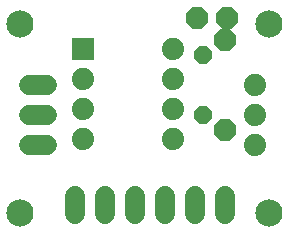
<source format=gbr>
G04 EAGLE Gerber RS-274X export*
G75*
%MOMM*%
%FSLAX34Y34*%
%LPD*%
%INSoldermask Top*%
%IPPOS*%
%AMOC8*
5,1,8,0,0,1.08239X$1,22.5*%
G01*
%ADD10C,2.303200*%
%ADD11R,1.879600X1.879600*%
%ADD12C,1.879600*%
%ADD13P,2.034460X8X202.500000*%
%ADD14P,2.034460X8X112.500000*%
%ADD15P,1.649562X8X112.500000*%
%ADD16C,1.727200*%


D10*
X360000Y400000D03*
X570000Y400000D03*
X570000Y560000D03*
X360000Y560000D03*
D11*
X412750Y538800D03*
D12*
X412750Y513400D03*
X412750Y488000D03*
X412750Y462600D03*
X488950Y462600D03*
X488950Y488000D03*
X488950Y513400D03*
X488950Y538800D03*
D13*
X535178Y565404D03*
X509778Y565404D03*
D14*
X533400Y469900D03*
X533400Y546100D03*
D15*
X514350Y482600D03*
X514350Y533400D03*
D12*
X558800Y482600D03*
X558800Y508000D03*
X558800Y457200D03*
D16*
X406400Y414020D02*
X406400Y398780D01*
X431800Y398780D02*
X431800Y414020D01*
X457200Y414020D02*
X457200Y398780D01*
X482600Y398780D02*
X482600Y414020D01*
X382270Y508000D02*
X367030Y508000D01*
X367030Y482600D02*
X382270Y482600D01*
X382270Y457200D02*
X367030Y457200D01*
X533400Y414020D02*
X533400Y398780D01*
X508000Y398780D02*
X508000Y414020D01*
M02*

</source>
